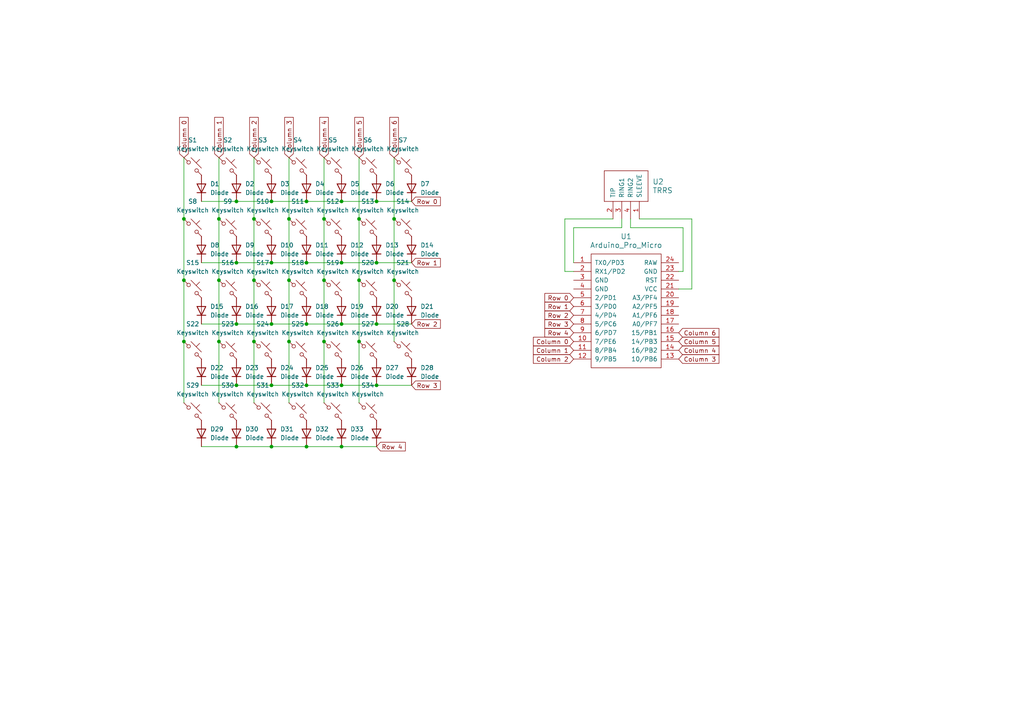
<source format=kicad_sch>
(kicad_sch (version 20250114) (generator "eeschema") (generator_version "9.0")
  (paper "A4")
  (lib_symbols
    (symbol "ScottoKeebs:MCU_Arduino_Pro_Micro" (pin_names (offset 1.016))
      (property "Reference" "U" (at 0 0 0))
      (property "Value" "Arduino_Pro_Micro" (at 0 -19.05 0))
      (symbol "MCU_Arduino_Pro_Micro_0_1"
        (rectangle (start -10.16 16.51) (end 10.16 -16.51))
      )
      (symbol "MCU_Arduino_Pro_Micro_1_1"
        (pin input line (at -15.24 13.97 0) (length 5.08) (name "TX0/PD3") (number "1"))
        (pin input line (at -15.24 11.43 0) (length 5.08) (name "RX1/PD2") (number "2"))
        (pin input line (at -15.24 8.89 0) (length 5.08) (name "GND") (number "3"))
        (pin input line (at -15.24 6.35 0) (length 5.08) (name "GND") (number "4"))
        (pin input line (at -15.24 3.81 0) (length 5.08) (name "2/PD1") (number "5"))
        (pin input line (at -15.24 1.27 0) (length 5.08) (name "3/PD0") (number "6"))
        (pin input line (at -15.24 -1.27 0) (length 5.08) (name "4/PD4") (number "7"))
        (pin input line (at -15.24 -3.81 0) (length 5.08) (name "5/PC6") (number "8"))
        (pin input line (at -15.24 -6.35 0) (length 5.08) (name "6/PD7") (number "9"))
        (pin input line (at -15.24 -8.89 0) (length 5.08) (name "7/PE6") (number "10"))
        (pin input line (at -15.24 -11.43 0) (length 5.08) (name "8/PB4") (number "11"))
        (pin input line (at -15.24 -13.97 0) (length 5.08) (name "9/PB5") (number "12"))
        (pin input line (at 15.24 13.97 180) (length 5.08) (name "RAW") (number "24"))
        (pin input line (at 15.24 11.43 180) (length 5.08) (name "GND") (number "23"))
        (pin input line (at 15.24 8.89 180) (length 5.08) (name "RST") (number "22"))
        (pin input line (at 15.24 6.35 180) (length 5.08) (name "VCC") (number "21"))
        (pin input line (at 15.24 3.81 180) (length 5.08) (name "A3/PF4") (number "20"))
        (pin input line (at 15.24 1.27 180) (length 5.08) (name "A2/PF5") (number "19"))
        (pin input line (at 15.24 -1.27 180) (length 5.08) (name "A1/PF6") (number "18"))
        (pin input line (at 15.24 -3.81 180) (length 5.08) (name "A0/PF7") (number "17"))
        (pin input line (at 15.24 -6.35 180) (length 5.08) (name "15/PB1") (number "16"))
        (pin input line (at 15.24 -8.89 180) (length 5.08) (name "14/PB3") (number "15"))
        (pin input line (at 15.24 -11.43 180) (length 5.08) (name "16/PB2") (number "14"))
        (pin input line (at 15.24 -13.97 180) (length 5.08) (name "10/PB6") (number "13"))
      )
    )
    (symbol "ScottoKeebs:Placeholder_Diode" (pin_numbers (hide yes)) (pin_names (hide yes))
      (property "Reference" "D" (at 0 2.54 0))
      (property "Value" "Diode" (at 0 -2.54 0))
      (symbol "Placeholder_Diode_0_1"
        (polyline (pts (xy -1.27 1.27) (xy -1.27 -1.27)) (stroke (width 0.254)))
        (polyline (pts (xy 1.27 1.27) (xy 1.27 -1.27) (xy -1.27 0) (xy 1.27 1.27)) (stroke (width 0.254)))
        (polyline (pts (xy 1.27 0) (xy -1.27 0)))
      )
      (symbol "Placeholder_Diode_1_1"
        (pin passive line (at -3.81 0 0) (length 2.54) (name "K") (number "1"))
        (pin passive line (at 3.81 0 180) (length 2.54) (name "A") (number "2"))
      )
    )
    (symbol "ScottoKeebs:Placeholder_Keyswitch" (pin_numbers (hide yes)) (pin_names (offset 1.016) (hide yes))
      (property "Reference" "S" (at 3.048 1.016 0))
      (property "Value" "Keyswitch" (at 0 -3.81 0))
      (symbol "Placeholder_Keyswitch_0_1"
        (polyline (pts (xy -2.54 2.54) (xy -1.524 1.524) (xy -1.524 1.524)))
        (circle (center -1.1684 1.1684) (radius 0.508))
        (polyline (pts (xy -0.508 2.54) (xy 2.54 -0.508)))
        (polyline (pts (xy 1.016 1.016) (xy 2.032 2.032)))
        (circle (center 1.143 -1.1938) (radius 0.508))
        (polyline (pts (xy 1.524 -1.524) (xy 2.54 -2.54) (xy 2.54 -2.54) (xy 2.54 -2.54)))
        (pin passive line (at -2.54 2.54 0) (length 0) (name "1") (number "1"))
        (pin passive line (at 2.54 -2.54 180) (length 0) (name "2") (number "2"))
      )
    )
    (symbol "ScottoKeebs:Placeholder_TRRS" (pin_names (offset 1.016))
      (property "Reference" "U" (at 0 15.24 0))
      (property "Value" "TRRS" (at 0 -2.54 0))
      (symbol "Placeholder_TRRS_0_1"
        (rectangle (start -3.81 12.7) (end 5.08 12.7))
        (rectangle (start -3.81 0) (end -3.81 12.7))
        (rectangle (start -3.81 0) (end 5.08 0))
        (rectangle (start 5.08 12.7) (end 5.08 0))
      )
      (symbol "Placeholder_TRRS_1_1"
        (pin input line (at -8.89 10.16 0) (length 5.08) (name "TIP") (number "2"))
        (pin input line (at -8.89 7.62 0) (length 5.08) (name "RING1") (number "3"))
        (pin input line (at -8.89 5.08 0) (length 5.08) (name "RING2") (number "4"))
        (pin input line (at -8.89 2.54 0) (length 5.08) (name "SLEEVE") (number "1"))
      )
    )
  )
  (junction (at 78.74 93.98))
  (junction (at 53.34 99.06))
  (junction (at 63.5 81.28))
  (junction (at 73.66 63.5))
  (junction (at 78.74 58.42))
  (junction (at 114.3 81.28))
  (junction (at 78.74 76.2))
  (junction (at 93.98 63.5))
  (junction (at 73.66 81.28))
  (junction (at 53.34 81.28))
  (junction (at 99.06 76.2))
  (junction (at 99.06 93.98))
  (junction (at 104.14 81.28))
  (junction (at 109.22 111.76))
  (junction (at 99.06 111.76))
  (junction (at 68.58 93.98))
  (junction (at 114.3 63.5))
  (junction (at 109.22 58.42))
  (junction (at 88.9 76.2))
  (junction (at 88.9 58.42))
  (junction (at 83.82 99.06))
  (junction (at 109.22 93.98))
  (junction (at 104.14 99.06))
  (junction (at 109.22 76.2))
  (junction (at 88.9 129.54))
  (junction (at 78.74 129.54))
  (junction (at 83.82 81.28))
  (junction (at 63.5 99.06))
  (junction (at 68.58 129.54))
  (junction (at 68.58 58.42))
  (junction (at 83.82 63.5))
  (junction (at 104.14 63.5))
  (junction (at 78.74 111.76))
  (junction (at 93.98 81.28))
  (junction (at 68.58 76.2))
  (junction (at 93.98 99.06))
  (junction (at 88.9 93.98))
  (junction (at 73.66 99.06))
  (junction (at 88.9 111.76))
  (junction (at 99.06 129.54))
  (junction (at 63.5 63.5))
  (junction (at 68.58 111.76))
  (junction (at 53.34 63.5))
  (junction (at 99.06 58.42))
  (wire (pts (xy 88.9 58.42) (xy 99.06 58.42)))
  (wire (pts (xy 114.3 45.72) (xy 114.3 63.5)))
  (wire (pts (xy 99.06 58.42) (xy 109.22 58.42)))
  (wire (pts (xy 68.58 76.2) (xy 78.74 76.2)))
  (wire (pts (xy 182.88 66.04) (xy 198.12 66.04)))
  (wire (pts (xy 58.42 129.54) (xy 68.58 129.54)))
  (wire (pts (xy 63.5 99.06) (xy 63.5 116.84)))
  (wire (pts (xy 53.34 45.72) (xy 53.34 63.5)))
  (wire (pts (xy 68.58 129.54) (xy 78.74 129.54)))
  (wire (pts (xy 63.5 63.5) (xy 63.5 81.28)))
  (wire (pts (xy 78.74 93.98) (xy 88.9 93.98)))
  (wire (pts (xy 78.74 111.76) (xy 88.9 111.76)))
  (wire (pts (xy 109.22 93.98) (xy 119.38 93.98)))
  (wire (pts (xy 53.34 81.28) (xy 53.34 99.06)))
  (wire (pts (xy 163.83 63.5) (xy 163.83 78.74)))
  (wire (pts (xy 73.66 81.28) (xy 73.66 99.06)))
  (wire (pts (xy 83.82 99.06) (xy 83.82 116.84)))
  (wire (pts (xy 104.14 45.72) (xy 104.14 63.5)))
  (wire (pts (xy 93.98 81.28) (xy 93.98 99.06)))
  (wire (pts (xy 58.42 58.42) (xy 68.58 58.42)))
  (wire (pts (xy 99.06 111.76) (xy 109.22 111.76)))
  (wire (pts (xy 58.42 76.2) (xy 68.58 76.2)))
  (wire (pts (xy 99.06 93.98) (xy 109.22 93.98)))
  (wire (pts (xy 68.58 111.76) (xy 78.74 111.76)))
  (wire (pts (xy 93.98 99.06) (xy 93.98 116.84)))
  (wire (pts (xy 104.14 81.28) (xy 104.14 99.06)))
  (wire (pts (xy 109.22 111.76) (xy 119.38 111.76)))
  (wire (pts (xy 88.9 76.2) (xy 99.06 76.2)))
  (wire (pts (xy 83.82 81.28) (xy 83.82 99.06)))
  (wire (pts (xy 93.98 45.72) (xy 93.98 63.5)))
  (wire (pts (xy 99.06 76.2) (xy 109.22 76.2)))
  (wire (pts (xy 180.34 63.5) (xy 180.34 66.04)))
  (wire (pts (xy 83.82 45.72) (xy 83.82 63.5)))
  (wire (pts (xy 53.34 63.5) (xy 53.34 81.28)))
  (wire (pts (xy 163.83 78.74) (xy 166.37 78.74)))
  (wire (pts (xy 104.14 99.06) (xy 104.14 116.84)))
  (wire (pts (xy 88.9 93.98) (xy 99.06 93.98)))
  (wire (pts (xy 200.66 83.82) (xy 196.85 83.82)))
  (wire (pts (xy 63.5 45.72) (xy 63.5 63.5)))
  (wire (pts (xy 166.37 66.04) (xy 166.37 76.2)))
  (wire (pts (xy 200.66 63.5) (xy 200.66 83.82)))
  (wire (pts (xy 53.34 99.06) (xy 53.34 116.84)))
  (wire (pts (xy 68.58 93.98) (xy 78.74 93.98)))
  (wire (pts (xy 73.66 63.5) (xy 73.66 81.28)))
  (wire (pts (xy 185.42 63.5) (xy 200.66 63.5)))
  (wire (pts (xy 198.12 78.74) (xy 196.85 78.74)))
  (wire (pts (xy 83.82 63.5) (xy 83.82 81.28)))
  (wire (pts (xy 73.66 45.72) (xy 73.66 63.5)))
  (wire (pts (xy 182.88 63.5) (xy 182.88 66.04)))
  (wire (pts (xy 78.74 129.54) (xy 88.9 129.54)))
  (wire (pts (xy 114.3 63.5) (xy 114.3 81.28)))
  (wire (pts (xy 198.12 66.04) (xy 198.12 78.74)))
  (wire (pts (xy 68.58 58.42) (xy 78.74 58.42)))
  (wire (pts (xy 114.3 81.28) (xy 114.3 99.06)))
  (wire (pts (xy 58.42 93.98) (xy 68.58 93.98)))
  (wire (pts (xy 93.98 63.5) (xy 93.98 81.28)))
  (wire (pts (xy 88.9 129.54) (xy 99.06 129.54)))
  (wire (pts (xy 73.66 99.06) (xy 73.66 116.84)))
  (wire (pts (xy 180.34 66.04) (xy 166.37 66.04)))
  (wire (pts (xy 63.5 81.28) (xy 63.5 99.06)))
  (wire (pts (xy 58.42 111.76) (xy 68.58 111.76)))
  (wire (pts (xy 177.8 63.5) (xy 163.83 63.5)))
  (wire (pts (xy 88.9 111.76) (xy 99.06 111.76)))
  (wire (pts (xy 104.14 63.5) (xy 104.14 81.28)))
  (wire (pts (xy 109.22 76.2) (xy 119.38 76.2)))
  (wire (pts (xy 78.74 58.42) (xy 88.9 58.42)))
  (wire (pts (xy 78.74 76.2) (xy 88.9 76.2)))
  (wire (pts (xy 99.06 129.54) (xy 109.22 129.54)))
  (wire (pts (xy 109.22 58.42) (xy 119.38 58.42)))
  (global_label "Row 1" (shape input) (at 166.37 88.9 180) (property "Intersheetrefs" "${INTERSHEET_REFS}" (effects (hide yes))))
  (global_label "Column 1" (shape input) (at 166.37 101.6 180) (property "Intersheetrefs" "${INTERSHEET_REFS}" (effects (hide yes))))
  (global_label "Column 2" (shape input) (at 73.66 45.72 90) (property "Intersheetrefs" "${INTERSHEET_REFS}" (effects (hide yes))))
  (global_label "Row 4" (shape input) (at 166.37 96.52 180) (property "Intersheetrefs" "${INTERSHEET_REFS}" (effects (hide yes))))
  (global_label "Row 0" (shape input) (at 119.38 58.42 0) (property "Intersheetrefs" "${INTERSHEET_REFS}" (effects (hide yes))))
  (global_label "Row 3" (shape input) (at 119.38 111.76 0) (property "Intersheetrefs" "${INTERSHEET_REFS}" (effects (hide yes))))
  (global_label "Column 6" (shape input) (at 196.85 96.52 0) (property "Intersheetrefs" "${INTERSHEET_REFS}" (effects (hide yes))))
  (global_label "Row 1" (shape input) (at 119.38 76.2 0) (property "Intersheetrefs" "${INTERSHEET_REFS}" (effects (hide yes))))
  (global_label "Column 5" (shape input) (at 104.14 45.72 90) (property "Intersheetrefs" "${INTERSHEET_REFS}" (effects (hide yes))))
  (global_label "Row 4" (shape input) (at 109.22 129.54 0) (property "Intersheetrefs" "${INTERSHEET_REFS}" (effects (hide yes))))
  (global_label "Column 0" (shape input) (at 53.34 45.72 90) (property "Intersheetrefs" "${INTERSHEET_REFS}" (effects (hide yes))))
  (global_label "Row 3" (shape input) (at 166.37 93.98 180) (property "Intersheetrefs" "${INTERSHEET_REFS}" (effects (hide yes))))
  (global_label "Column 1" (shape input) (at 63.5 45.72 90) (property "Intersheetrefs" "${INTERSHEET_REFS}" (effects (hide yes))))
  (global_label "Row 2" (shape input) (at 119.38 93.98 0) (property "Intersheetrefs" "${INTERSHEET_REFS}" (effects (hide yes))))
  (global_label "Column 3" (shape input) (at 196.85 104.14 0) (property "Intersheetrefs" "${INTERSHEET_REFS}" (effects (hide yes))))
  (global_label "Column 4" (shape input) (at 93.98 45.72 90) (property "Intersheetrefs" "${INTERSHEET_REFS}" (effects (hide yes))))
  (global_label "Column 6" (shape input) (at 114.3 45.72 90) (property "Intersheetrefs" "${INTERSHEET_REFS}" (effects (hide yes))))
  (global_label "Column 5" (shape input) (at 196.85 99.06 0) (property "Intersheetrefs" "${INTERSHEET_REFS}" (effects (hide yes))))
  (global_label "Column 0" (shape input) (at 166.37 99.06 180) (property "Intersheetrefs" "${INTERSHEET_REFS}" (effects (hide yes))))
  (global_label "Column 2" (shape input) (at 166.37 104.14 180) (property "Intersheetrefs" "${INTERSHEET_REFS}" (effects (hide yes))))
  (global_label "Column 4" (shape input) (at 196.85 101.6 0) (property "Intersheetrefs" "${INTERSHEET_REFS}" (effects (hide yes))))
  (global_label "Column 3" (shape input) (at 83.82 45.72 90) (property "Intersheetrefs" "${INTERSHEET_REFS}" (effects (hide yes))))
  (global_label "Row 0" (shape input) (at 166.37 86.36 180) (property "Intersheetrefs" "${INTERSHEET_REFS}" (effects (hide yes))))
  (global_label "Row 2" (shape input) (at 166.37 91.44 180) (property "Intersheetrefs" "${INTERSHEET_REFS}" (effects (hide yes))))
  (symbol (lib_id "ScottoKeebs:Placeholder_Keyswitch") (at 96.52 83.82 0) (unit 1)
    (property "Reference" "S19" (at 96.52 76.2 0))
    (property "Value" "Keyswitch" (at 96.52 78.74 0))
    (property "Footprint" "ScottoKeebs_Choc:Choc_V2_1.00u" (effects (hide yes)))
    (property "Description" "Push button switch, normally open, two pins, 45° tilted" (effects (hide yes)))
  )
  (symbol (lib_id "ScottoKeebs:Placeholder_Keyswitch") (at 76.2 101.6 0) (unit 1)
    (property "Reference" "S24" (at 76.2 93.98 0))
    (property "Value" "Keyswitch" (at 76.2 96.52 0))
    (property "Footprint" "ScottoKeebs_Choc:Choc_V2_1.00u" (effects (hide yes)))
    (property "Description" "Push button switch, normally open, two pins, 45° tilted" (effects (hide yes)))
  )
  (symbol (lib_id "ScottoKeebs:Placeholder_Diode") (at 68.58 107.95 90) (unit 1)
    (property "Reference" "D23" (at 71.12 106.6799 90) (effects (justify right)))
    (property "Value" "Diode" (at 71.12 109.2199 90) (effects (justify right)))
    (property "Footprint" "ScottoKeebs_Components:Diode_DO-35" (effects (hide yes)))
    (property "Description" "1N4148 (DO-35) or 1N4148W (SOD-123)" (effects (hide yes)))
    (property "Sim.Device" "D" (effects (hide yes)))
    (property "Sim.Pins" "1=K 2=A" (effects (hide yes)))
  )
  (symbol (lib_id "ScottoKeebs:Placeholder_Keyswitch") (at 96.52 48.26 0) (unit 1)
    (property "Reference" "S5" (at 96.52 40.64 0))
    (property "Value" "Keyswitch" (at 96.52 43.18 0))
    (property "Footprint" "ScottoKeebs_Choc:Choc_V2_1.00u" (effects (hide yes)))
    (property "Description" "Push button switch, normally open, two pins, 45° tilted" (effects (hide yes)))
  )
  (symbol (lib_id "ScottoKeebs:Placeholder_Keyswitch") (at 96.52 66.04 0) (unit 1)
    (property "Reference" "S12" (at 96.52 58.42 0))
    (property "Value" "Keyswitch" (at 96.52 60.96 0))
    (property "Footprint" "ScottoKeebs_Choc:Choc_V2_1.00u" (effects (hide yes)))
    (property "Description" "Push button switch, normally open, two pins, 45° tilted" (effects (hide yes)))
  )
  (symbol (lib_id "ScottoKeebs:Placeholder_Diode") (at 99.06 125.73 90) (unit 1)
    (property "Reference" "D33" (at 101.6 124.4599 90) (effects (justify right)))
    (property "Value" "Diode" (at 101.6 126.9999 90) (effects (justify right)))
    (property "Footprint" "ScottoKeebs_Components:Diode_DO-35" (effects (hide yes)))
    (property "Description" "1N4148 (DO-35) or 1N4148W (SOD-123)" (effects (hide yes)))
    (property "Sim.Device" "D" (effects (hide yes)))
    (property "Sim.Pins" "1=K 2=A" (effects (hide yes)))
  )
  (symbol (lib_id "ScottoKeebs:Placeholder_Keyswitch") (at 86.36 83.82 0) (unit 1)
    (property "Reference" "S18" (at 86.36 76.2 0))
    (property "Value" "Keyswitch" (at 86.36 78.74 0))
    (property "Footprint" "ScottoKeebs_Choc:Choc_V2_1.00u" (effects (hide yes)))
    (property "Description" "Push button switch, normally open, two pins, 45° tilted" (effects (hide yes)))
  )
  (symbol (lib_id "ScottoKeebs:Placeholder_Diode") (at 109.22 125.73 90) (unit 1)
    (property "Reference" "D34" (effects (hide yes)))
    (property "Value" "Diode" (effects (hide yes)))
    (property "Footprint" "ScottoKeebs_Components:Diode_DO-35" (effects (hide yes)))
    (property "Description" "1N4148 (DO-35) or 1N4148W (SOD-123)" (effects (hide yes)))
    (property "Sim.Device" "D" (effects (hide yes)))
    (property "Sim.Pins" "1=K 2=A" (effects (hide yes)))
  )
  (symbol (lib_id "ScottoKeebs:Placeholder_Keyswitch") (at 96.52 101.6 0) (unit 1)
    (property "Reference" "S26" (at 96.52 93.98 0))
    (property "Value" "Keyswitch" (at 96.52 96.52 0))
    (property "Footprint" "ScottoKeebs_Choc:Choc_V2_1.00u" (effects (hide yes)))
    (property "Description" "Push button switch, normally open, two pins, 45° tilted" (effects (hide yes)))
  )
  (symbol (lib_id "ScottoKeebs:Placeholder_Keyswitch") (at 106.68 101.6 0) (unit 1)
    (property "Reference" "S27" (at 106.68 93.98 0))
    (property "Value" "Keyswitch" (at 106.68 96.52 0))
    (property "Footprint" "ScottoKeebs_Choc:Choc_V2_2.75u" (effects (hide yes)))
    (property "Description" "Push button switch, normally open, two pins, 45° tilted" (effects (hide yes)))
  )
  (symbol (lib_id "ScottoKeebs:Placeholder_Diode") (at 78.74 54.61 90) (unit 1)
    (property "Reference" "D3" (at 81.28 53.3399 90) (effects (justify right)))
    (property "Value" "Diode" (at 81.28 55.8799 90) (effects (justify right)))
    (property "Footprint" "ScottoKeebs_Components:Diode_DO-35" (effects (hide yes)))
    (property "Description" "1N4148 (DO-35) or 1N4148W (SOD-123)" (effects (hide yes)))
    (property "Sim.Device" "D" (effects (hide yes)))
    (property "Sim.Pins" "1=K 2=A" (effects (hide yes)))
  )
  (symbol (lib_id "ScottoKeebs:Placeholder_Keyswitch") (at 86.36 119.38 0) (unit 1)
    (property "Reference" "S32" (at 86.36 111.76 0))
    (property "Value" "Keyswitch" (at 86.36 114.3 0))
    (property "Footprint" "ScottoKeebs_Choc:Choc_V2_1.25u" (effects (hide yes)))
    (property "Description" "Push button switch, normally open, two pins, 45° tilted" (effects (hide yes)))
  )
  (symbol (lib_id "ScottoKeebs:Placeholder_Keyswitch") (at 116.84 83.82 0) (unit 1)
    (property "Reference" "S21" (at 116.84 76.2 0))
    (property "Value" "Keyswitch" (at 116.84 78.74 0))
    (property "Footprint" "ScottoKeebs_Choc:Choc_V2_2.00u" (effects (hide yes)))
    (property "Description" "Push button switch, normally open, two pins, 45° tilted" (effects (hide yes)))
  )
  (symbol (lib_id "ScottoKeebs:Placeholder_Diode") (at 99.06 54.61 90) (unit 1)
    (property "Reference" "D5" (at 101.6 53.3399 90) (effects (justify right)))
    (property "Value" "Diode" (at 101.6 55.8799 90) (effects (justify right)))
    (property "Footprint" "ScottoKeebs_Components:Diode_DO-35" (effects (hide yes)))
    (property "Description" "1N4148 (DO-35) or 1N4148W (SOD-123)" (effects (hide yes)))
    (property "Sim.Device" "D" (effects (hide yes)))
    (property "Sim.Pins" "1=K 2=A" (effects (hide yes)))
  )
  (symbol (lib_id "ScottoKeebs:Placeholder_Diode") (at 119.38 90.17 90) (unit 1)
    (property "Reference" "D21" (at 121.92 88.8999 90) (effects (justify right)))
    (property "Value" "Diode" (at 121.92 91.4399 90) (effects (justify right)))
    (property "Footprint" "ScottoKeebs_Components:Diode_DO-35" (effects (hide yes)))
    (property "Description" "1N4148 (DO-35) or 1N4148W (SOD-123)" (effects (hide yes)))
    (property "Sim.Device" "D" (effects (hide yes)))
    (property "Sim.Pins" "1=K 2=A" (effects (hide yes)))
  )
  (symbol (lib_id "ScottoKeebs:Placeholder_Diode") (at 68.58 125.73 90) (unit 1)
    (property "Reference" "D30" (at 71.12 124.4599 90) (effects (justify right)))
    (property "Value" "Diode" (at 71.12 126.9999 90) (effects (justify right)))
    (property "Footprint" "ScottoKeebs_Components:Diode_DO-35" (effects (hide yes)))
    (property "Description" "1N4148 (DO-35) or 1N4148W (SOD-123)" (effects (hide yes)))
    (property "Sim.Device" "D" (effects (hide yes)))
    (property "Sim.Pins" "1=K 2=A" (effects (hide yes)))
  )
  (symbol (lib_id "ScottoKeebs:Placeholder_Keyswitch") (at 66.04 66.04 0) (unit 1)
    (property "Reference" "S9" (at 66.04 58.42 0))
    (property "Value" "Keyswitch" (at 66.04 60.96 0))
    (property "Footprint" "ScottoKeebs_Choc:Choc_V2_1.00u" (effects (hide yes)))
    (property "Description" "Push button switch, normally open, two pins, 45° tilted" (effects (hide yes)))
  )
  (symbol (lib_id "ScottoKeebs:Placeholder_Diode") (at 88.9 125.73 90) (unit 1)
    (property "Reference" "D32" (at 91.44 124.4599 90) (effects (justify right)))
    (property "Value" "Diode" (at 91.44 126.9999 90) (effects (justify right)))
    (property "Footprint" "ScottoKeebs_Components:Diode_DO-35" (effects (hide yes)))
    (property "Description" "1N4148 (DO-35) or 1N4148W (SOD-123)" (effects (hide yes)))
    (property "Sim.Device" "D" (effects (hide yes)))
    (property "Sim.Pins" "1=K 2=A" (effects (hide yes)))
  )
  (symbol (lib_id "ScottoKeebs:Placeholder_Keyswitch") (at 55.88 83.82 0) (unit 1)
    (property "Reference" "S15" (at 55.88 76.2 0))
    (property "Value" "Keyswitch" (at 55.88 78.74 0))
    (property "Footprint" "ScottoKeebs_Choc:Choc_V2_1.00u" (effects (hide yes)))
    (property "Description" "Push button switch, normally open, two pins, 45° tilted" (effects (hide yes)))
  )
  (symbol (lib_id "ScottoKeebs:Placeholder_Keyswitch") (at 55.88 66.04 0) (unit 1)
    (property "Reference" "S8" (at 55.88 58.42 0))
    (property "Value" "Keyswitch" (at 55.88 60.96 0))
    (property "Footprint" "ScottoKeebs_Choc:Choc_V2_1.00u" (effects (hide yes)))
    (property "Description" "Push button switch, normally open, two pins, 45° tilted" (effects (hide yes)))
  )
  (symbol (lib_id "ScottoKeebs:Placeholder_Diode") (at 119.38 107.95 90) (unit 1)
    (property "Reference" "D28" (at 121.92 106.6799 90) (effects (justify right)))
    (property "Value" "Diode" (at 121.92 109.2199 90) (effects (justify right)))
    (property "Footprint" "ScottoKeebs_Components:Diode_DO-35" (effects (hide yes)))
    (property "Description" "1N4148 (DO-35) or 1N4148W (SOD-123)" (effects (hide yes)))
    (property "Sim.Device" "D" (effects (hide yes)))
    (property "Sim.Pins" "1=K 2=A" (effects (hide yes)))
  )
  (symbol (lib_id "ScottoKeebs:Placeholder_Keyswitch") (at 106.68 66.04 0) (unit 1)
    (property "Reference" "S13" (at 106.68 58.42 0))
    (property "Value" "Keyswitch" (at 106.68 60.96 0))
    (property "Footprint" "ScottoKeebs_Choc:Choc_V2_1.00u" (effects (hide yes)))
    (property "Description" "Push button switch, normally open, two pins, 45° tilted" (effects (hide yes)))
  )
  (symbol (lib_id "ScottoKeebs:Placeholder_Keyswitch") (at 106.68 83.82 0) (unit 1)
    (property "Reference" "S20" (at 106.68 76.2 0))
    (property "Value" "Keyswitch" (at 106.68 78.74 0))
    (property "Footprint" "ScottoKeebs_Choc:Choc_V2_1.00u" (effects (hide yes)))
    (property "Description" "Push button switch, normally open, two pins, 45° tilted" (effects (hide yes)))
  )
  (symbol (lib_id "ScottoKeebs:Placeholder_Keyswitch") (at 96.52 119.38 0) (unit 1)
    (property "Reference" "S33" (at 96.52 111.76 0))
    (property "Value" "Keyswitch" (at 96.52 114.3 0))
    (property "Footprint" "ScottoKeebs_Choc:Choc_V2_1.25u" (effects (hide yes)))
    (property "Description" "Push button switch, normally open, two pins, 45° tilted" (effects (hide yes)))
  )
  (symbol (lib_id "ScottoKeebs:Placeholder_Keyswitch") (at 106.68 119.38 0) (unit 1)
    (property "Reference" "S34" (at 106.68 111.76 0))
    (property "Value" "Keyswitch" (at 106.68 114.3 0))
    (property "Footprint" "ScottoKeebs_Choc:Choc_V2_2.25u" (effects (hide yes)))
    (property "Description" "Push button switch, normally open, two pins, 45° tilted" (effects (hide yes)))
  )
  (symbol (lib_id "ScottoKeebs:Placeholder_Keyswitch") (at 86.36 66.04 0) (unit 1)
    (property "Reference" "S11" (at 86.36 58.42 0))
    (property "Value" "Keyswitch" (at 86.36 60.96 0))
    (property "Footprint" "ScottoKeebs_Choc:Choc_V2_1.00u" (effects (hide yes)))
    (property "Description" "Push button switch, normally open, two pins, 45° tilted" (effects (hide yes)))
  )
  (symbol (lib_id "ScottoKeebs:Placeholder_Diode") (at 109.22 54.61 90) (unit 1)
    (property "Reference" "D6" (at 111.76 53.3399 90) (effects (justify right)))
    (property "Value" "Diode" (at 111.76 55.8799 90) (effects (justify right)))
    (property "Footprint" "ScottoKeebs_Components:Diode_DO-35" (effects (hide yes)))
    (property "Description" "1N4148 (DO-35) or 1N4148W (SOD-123)" (effects (hide yes)))
    (property "Sim.Device" "D" (effects (hide yes)))
    (property "Sim.Pins" "1=K 2=A" (effects (hide yes)))
  )
  (symbol (lib_id "ScottoKeebs:Placeholder_Diode") (at 78.74 107.95 90) (unit 1)
    (property "Reference" "D24" (at 81.28 106.6799 90) (effects (justify right)))
    (property "Value" "Diode" (at 81.28 109.2199 90) (effects (justify right)))
    (property "Footprint" "ScottoKeebs_Components:Diode_DO-35" (effects (hide yes)))
    (property "Description" "1N4148 (DO-35) or 1N4148W (SOD-123)" (effects (hide yes)))
    (property "Sim.Device" "D" (effects (hide yes)))
    (property "Sim.Pins" "1=K 2=A" (effects (hide yes)))
  )
  (symbol (lib_id "ScottoKeebs:Placeholder_Keyswitch") (at 66.04 83.82 0) (unit 1)
    (property "Reference" "S16" (at 66.04 76.2 0))
    (property "Value" "Keyswitch" (at 66.04 78.74 0))
    (property "Footprint" "ScottoKeebs_Choc:Choc_V2_1.00u" (effects (hide yes)))
    (property "Description" "Push button switch, normally open, two pins, 45° tilted" (effects (hide yes)))
  )
  (symbol (lib_id "ScottoKeebs:Placeholder_Keyswitch") (at 86.36 48.26 0) (unit 1)
    (property "Reference" "S4" (at 86.36 40.64 0))
    (property "Value" "Keyswitch" (at 86.36 43.18 0))
    (property "Footprint" "ScottoKeebs_Choc:Choc_V2_1.00u" (effects (hide yes)))
    (property "Description" "Push button switch, normally open, two pins, 45° tilted" (effects (hide yes)))
  )
  (symbol (lib_id "ScottoKeebs:Placeholder_Keyswitch") (at 55.88 48.26 0) (unit 1)
    (property "Reference" "S1" (at 55.88 40.64 0))
    (property "Value" "Keyswitch" (at 55.88 43.18 0))
    (property "Footprint" "ScottoKeebs_Choc:Choc_V2_1.00u" (effects (hide yes)))
    (property "Description" "Push button switch, normally open, two pins, 45° tilted" (effects (hide yes)))
  )
  (symbol (lib_id "ScottoKeebs:Placeholder_Diode") (at 58.42 107.95 90) (unit 1)
    (property "Reference" "D22" (at 60.96 106.6799 90) (effects (justify right)))
    (property "Value" "Diode" (at 60.96 109.2199 90) (effects (justify right)))
    (property "Footprint" "ScottoKeebs_Components:Diode_DO-35" (effects (hide yes)))
    (property "Description" "1N4148 (DO-35) or 1N4148W (SOD-123)" (effects (hide yes)))
    (property "Sim.Device" "D" (effects (hide yes)))
    (property "Sim.Pins" "1=K 2=A" (effects (hide yes)))
  )
  (symbol (lib_id "ScottoKeebs:Placeholder_Diode") (at 58.42 125.73 90) (unit 1)
    (property "Reference" "D29" (at 60.96 124.4599 90) (effects (justify right)))
    (property "Value" "Diode" (at 60.96 126.9999 90) (effects (justify right)))
    (property "Footprint" "ScottoKeebs_Components:Diode_DO-35" (effects (hide yes)))
    (property "Description" "1N4148 (DO-35) or 1N4148W (SOD-123)" (effects (hide yes)))
    (property "Sim.Device" "D" (effects (hide yes)))
    (property "Sim.Pins" "1=K 2=A" (effects (hide yes)))
  )
  (symbol (lib_id "ScottoKeebs:MCU_Arduino_Pro_Micro") (at 181.61 90.17 0) (unit 1)
    (property "Reference" "U1" (at 181.61 68.58 0) (effects (font (size 1.524 1.524))))
    (property "Value" "Arduino_Pro_Micro" (at 181.61 71.12 0) (effects (font (size 1.524 1.524))))
    (property "Footprint" "ScottoKeebs_MCU:Arduino_Pro_Micro" (effects (hide yes)))
  )
  (symbol (lib_id "ScottoKeebs:Placeholder_Diode") (at 58.42 90.17 90) (unit 1)
    (property "Reference" "D15" (at 60.96 88.8999 90) (effects (justify right)))
    (property "Value" "Diode" (at 60.96 91.4399 90) (effects (justify right)))
    (property "Footprint" "ScottoKeebs_Components:Diode_DO-35" (effects (hide yes)))
    (property "Description" "1N4148 (DO-35) or 1N4148W (SOD-123)" (effects (hide yes)))
    (property "Sim.Device" "D" (effects (hide yes)))
    (property "Sim.Pins" "1=K 2=A" (effects (hide yes)))
  )
  (symbol (lib_id "ScottoKeebs:Placeholder_Keyswitch") (at 66.04 119.38 0) (unit 1)
    (property "Reference" "S30" (at 66.04 111.76 0))
    (property "Value" "Keyswitch" (at 66.04 114.3 0))
    (property "Footprint" "ScottoKeebs_Choc:Choc_V2_1.25u" (effects (hide yes)))
    (property "Description" "Push button switch, normally open, two pins, 45° tilted" (effects (hide yes)))
  )
  (symbol (lib_id "ScottoKeebs:Placeholder_Keyswitch") (at 116.84 48.26 0) (unit 1)
    (property "Reference" "S7" (at 116.84 40.64 0))
    (property "Value" "Keyswitch" (at 116.84 43.18 0))
    (property "Footprint" "ScottoKeebs_Choc:Choc_V2_1.00u" (effects (hide yes)))
    (property "Description" "Push button switch, normally open, two pins, 45° tilted" (effects (hide yes)))
  )
  (symbol (lib_id "ScottoKeebs:Placeholder_Keyswitch") (at 76.2 83.82 0) (unit 1)
    (property "Reference" "S17" (at 76.2 76.2 0))
    (property "Value" "Keyswitch" (at 76.2 78.74 0))
    (property "Footprint" "ScottoKeebs_Choc:Choc_V2_1.00u" (effects (hide yes)))
    (property "Description" "Push button switch, normally open, two pins, 45° tilted" (effects (hide yes)))
  )
  (symbol (lib_id "ScottoKeebs:Placeholder_Diode") (at 68.58 90.17 90) (unit 1)
    (property "Reference" "D16" (at 71.12 88.8999 90) (effects (justify right)))
    (property "Value" "Diode" (at 71.12 91.4399 90) (effects (justify right)))
    (property "Footprint" "ScottoKeebs_Components:Diode_DO-35" (effects (hide yes)))
    (property "Description" "1N4148 (DO-35) or 1N4148W (SOD-123)" (effects (hide yes)))
    (property "Sim.Device" "D" (effects (hide yes)))
    (property "Sim.Pins" "1=K 2=A" (effects (hide yes)))
  )
  (symbol (lib_id "ScottoKeebs:Placeholder_Keyswitch") (at 86.36 101.6 0) (unit 1)
    (property "Reference" "S25" (at 86.36 93.98 0))
    (property "Value" "Keyswitch" (at 86.36 96.52 0))
    (property "Footprint" "ScottoKeebs_Choc:Choc_V2_1.00u" (effects (hide yes)))
    (property "Description" "Push button switch, normally open, two pins, 45° tilted" (effects (hide yes)))
  )
  (symbol (lib_id "ScottoKeebs:Placeholder_Diode") (at 88.9 107.95 90) (unit 1)
    (property "Reference" "D25" (at 91.44 106.6799 90) (effects (justify right)))
    (property "Value" "Diode" (at 91.44 109.2199 90) (effects (justify right)))
    (property "Footprint" "ScottoKeebs_Components:Diode_DO-35" (effects (hide yes)))
    (property "Description" "1N4148 (DO-35) or 1N4148W (SOD-123)" (effects (hide yes)))
    (property "Sim.Device" "D" (effects (hide yes)))
    (property "Sim.Pins" "1=K 2=A" (effects (hide yes)))
  )
  (symbol (lib_id "ScottoKeebs:Placeholder_Diode") (at 119.38 54.61 90) (unit 1)
    (property "Reference" "D7" (at 121.92 53.3399 90) (effects (justify right)))
    (property "Value" "Diode" (at 121.92 55.8799 90) (effects (justify right)))
    (property "Footprint" "ScottoKeebs_Components:Diode_DO-35" (effects (hide yes)))
    (property "Description" "1N4148 (DO-35) or 1N4148W (SOD-123)" (effects (hide yes)))
    (property "Sim.Device" "D" (effects (hide yes)))
    (property "Sim.Pins" "1=K 2=A" (effects (hide yes)))
  )
  (symbol (lib_id "ScottoKeebs:Placeholder_TRRS") (at 187.96 54.61 90) (unit 1)
    (property "Reference" "U2" (at 189.23 52.7049 90) (effects (font (size 1.524 1.524)) (justify right)))
    (property "Value" "TRRS" (at 189.23 55.2449 90) (effects (font (size 1.524 1.524)) (justify right)))
    (property "Footprint" "ScottoKeebs_Components:TRRS_PJ-320A" (effects (hide yes)))
  )
  (symbol (lib_id "ScottoKeebs:Placeholder_Keyswitch") (at 66.04 48.26 0) (unit 1)
    (property "Reference" "S2" (at 66.04 40.64 0))
    (property "Value" "Keyswitch" (at 66.04 43.18 0))
    (property "Footprint" "ScottoKeebs_Choc:Choc_V2_1.00u" (effects (hide yes)))
    (property "Description" "Push button switch, normally open, two pins, 45° tilted" (effects (hide yes)))
  )
  (symbol (lib_id "ScottoKeebs:Placeholder_Diode") (at 78.74 90.17 90) (unit 1)
    (property "Reference" "D17" (at 81.28 88.8999 90) (effects (justify right)))
    (property "Value" "Diode" (at 81.28 91.4399 90) (effects (justify right)))
    (property "Footprint" "ScottoKeebs_Components:Diode_DO-35" (effects (hide yes)))
    (property "Description" "1N4148 (DO-35) or 1N4148W (SOD-123)" (effects (hide yes)))
    (property "Sim.Device" "D" (effects (hide yes)))
    (property "Sim.Pins" "1=K 2=A" (effects (hide yes)))
  )
  (symbol (lib_id "ScottoKeebs:Placeholder_Diode") (at 78.74 125.73 90) (unit 1)
    (property "Reference" "D31" (at 81.28 124.4599 90) (effects (justify right)))
    (property "Value" "Diode" (at 81.28 126.9999 90) (effects (justify right)))
    (property "Footprint" "ScottoKeebs_Components:Diode_DO-35" (effects (hide yes)))
    (property "Description" "1N4148 (DO-35) or 1N4148W (SOD-123)" (effects (hide yes)))
    (property "Sim.Device" "D" (effects (hide yes)))
    (property "Sim.Pins" "1=K 2=A" (effects (hide yes)))
  )
  (symbol (lib_id "ScottoKeebs:Placeholder_Keyswitch") (at 76.2 119.38 0) (unit 1)
    (property "Reference" "S31" (at 76.2 111.76 0))
    (property "Value" "Keyswitch" (at 76.2 114.3 0))
    (property "Footprint" "ScottoKeebs_Choc:Choc_V2_1.25u" (effects (hide yes)))
    (property "Description" "Push button switch, normally open, two pins, 45° tilted" (effects (hide yes)))
  )
  (symbol (lib_id "ScottoKeebs:Placeholder_Diode") (at 68.58 54.61 90) (unit 1)
    (property "Reference" "D2" (at 71.12 53.3399 90) (effects (justify right)))
    (property "Value" "Diode" (at 71.12 55.8799 90) (effects (justify right)))
    (property "Footprint" "ScottoKeebs_Components:Diode_DO-35" (effects (hide yes)))
    (property "Description" "1N4148 (DO-35) or 1N4148W (SOD-123)" (effects (hide yes)))
    (property "Sim.Device" "D" (effects (hide yes)))
    (property "Sim.Pins" "1=K 2=A" (effects (hide yes)))
  )
  (symbol (lib_id "ScottoKeebs:Placeholder_Diode") (at 88.9 90.17 90) (unit 1)
    (property "Reference" "D18" (at 91.44 88.8999 90) (effects (justify right)))
    (property "Value" "Diode" (at 91.44 91.4399 90) (effects (justify right)))
    (property "Footprint" "ScottoKeebs_Components:Diode_DO-35" (effects (hide yes)))
    (property "Description" "1N4148 (DO-35) or 1N4148W (SOD-123)" (effects (hide yes)))
    (property "Sim.Device" "D" (effects (hide yes)))
    (property "Sim.Pins" "1=K 2=A" (effects (hide yes)))
  )
  (symbol (lib_id "ScottoKeebs:Placeholder_Keyswitch") (at 76.2 66.04 0) (unit 1)
    (property "Reference" "S10" (at 76.2 58.42 0))
    (property "Value" "Keyswitch" (at 76.2 60.96 0))
    (property "Footprint" "ScottoKeebs_Choc:Choc_V2_1.00u" (effects (hide yes)))
    (property "Description" "Push button switch, normally open, two pins, 45° tilted" (effects (hide yes)))
  )
  (symbol (lib_id "ScottoKeebs:Placeholder_Diode") (at 99.06 90.17 90) (unit 1)
    (property "Reference" "D19" (at 101.6 88.8999 90) (effects (justify right)))
    (property "Value" "Diode" (at 101.6 91.4399 90) (effects (justify right)))
    (property "Footprint" "ScottoKeebs_Components:Diode_DO-35" (effects (hide yes)))
    (property "Description" "1N4148 (DO-35) or 1N4148W (SOD-123)" (effects (hide yes)))
    (property "Sim.Device" "D" (effects (hide yes)))
    (property "Sim.Pins" "1=K 2=A" (effects (hide yes)))
  )
  (symbol (lib_id "ScottoKeebs:Placeholder_Diode") (at 68.58 72.39 90) (unit 1)
    (property "Reference" "D9" (at 71.12 71.1199 90) (effects (justify right)))
    (property "Value" "Diode" (at 71.12 73.6599 90) (effects (justify right)))
    (property "Footprint" "ScottoKeebs_Components:Diode_DO-35" (effects (hide yes)))
    (property "Description" "1N4148 (DO-35) or 1N4148W (SOD-123)" (effects (hide yes)))
    (property "Sim.Device" "D" (effects (hide yes)))
    (property "Sim.Pins" "1=K 2=A" (effects (hide yes)))
  )
  (symbol (lib_id "ScottoKeebs:Placeholder_Diode") (at 109.22 72.39 90) (unit 1)
    (property "Reference" "D13" (at 111.76 71.1199 90) (effects (justify right)))
    (property "Value" "Diode" (at 111.76 73.6599 90) (effects (justify right)))
    (property "Footprint" "ScottoKeebs_Components:Diode_DO-35" (effects (hide yes)))
    (property "Description" "1N4148 (DO-35) or 1N4148W (SOD-123)" (effects (hide yes)))
    (property "Sim.Device" "D" (effects (hide yes)))
    (property "Sim.Pins" "1=K 2=A" (effects (hide yes)))
  )
  (symbol (lib_id "ScottoKeebs:Placeholder_Keyswitch") (at 116.84 66.04 0) (unit 1)
    (property "Reference" "S14" (at 116.84 58.42 0))
    (property "Value" "Keyswitch" (at 116.84 60.96 0))
    (property "Footprint" "ScottoKeebs_Choc:Choc_V2_1.00u" (effects (hide yes)))
    (property "Description" "Push button switch, normally open, two pins, 45° tilted" (effects (hide yes)))
  )
  (symbol (lib_id "ScottoKeebs:Placeholder_Diode") (at 119.38 72.39 90) (unit 1)
    (property "Reference" "D14" (at 121.92 71.1199 90) (effects (justify right)))
    (property "Value" "Diode" (at 121.92 73.6599 90) (effects (justify right)))
    (property "Footprint" "ScottoKeebs_Components:Diode_DO-35" (effects (hide yes)))
    (property "Description" "1N4148 (DO-35) or 1N4148W (SOD-123)" (effects (hide yes)))
    (property "Sim.Device" "D" (effects (hide yes)))
    (property "Sim.Pins" "1=K 2=A" (effects (hide yes)))
  )
  (symbol (lib_id "ScottoKeebs:Placeholder_Keyswitch") (at 106.68 48.26 0) (unit 1)
    (property "Reference" "S6" (at 106.68 40.64 0))
    (property "Value" "Keyswitch" (at 106.68 43.18 0))
    (property "Footprint" "ScottoKeebs_Choc:Choc_V2_1.00u" (effects (hide yes)))
    (property "Description" "Push button switch, normally open, two pins, 45° tilted" (effects (hide yes)))
  )
  (symbol (lib_id "ScottoKeebs:Placeholder_Diode") (at 58.42 72.39 90) (unit 1)
    (property "Reference" "D8" (at 60.96 71.1199 90) (effects (justify right)))
    (property "Value" "Diode" (at 60.96 73.6599 90) (effects (justify right)))
    (property "Footprint" "ScottoKeebs_Components:Diode_DO-35" (effects (hide yes)))
    (property "Description" "1N4148 (DO-35) or 1N4148W (SOD-123)" (effects (hide yes)))
    (property "Sim.Device" "D" (effects (hide yes)))
    (property "Sim.Pins" "1=K 2=A" (effects (hide yes)))
  )
  (symbol (lib_id "ScottoKeebs:Placeholder_Diode") (at 99.06 107.95 90) (unit 1)
    (property "Reference" "D26" (at 101.6 106.6799 90) (effects (justify right)))
    (property "Value" "Diode" (at 101.6 109.2199 90) (effects (justify right)))
    (property "Footprint" "ScottoKeebs_Components:Diode_DO-35" (effects (hide yes)))
    (property "Description" "1N4148 (DO-35) or 1N4148W (SOD-123)" (effects (hide yes)))
    (property "Sim.Device" "D" (effects (hide yes)))
    (property "Sim.Pins" "1=K 2=A" (effects (hide yes)))
  )
  (symbol (lib_id "ScottoKeebs:Placeholder_Diode") (at 58.42 54.61 90) (unit 1)
    (property "Reference" "D1" (at 60.96 53.3399 90) (effects (justify right)))
    (property "Value" "Diode" (at 60.96 55.8799 90) (effects (justify right)))
    (property "Footprint" "ScottoKeebs_Components:Diode_DO-35" (effects (hide yes)))
    (property "Description" "1N4148 (DO-35) or 1N4148W (SOD-123)" (effects (hide yes)))
    (property "Sim.Device" "D" (effects (hide yes)))
    (property "Sim.Pins" "1=K 2=A" (effects (hide yes)))
  )
  (symbol (lib_id "ScottoKeebs:Placeholder_Keyswitch") (at 55.88 119.38 0) (unit 1)
    (property "Reference" "S29" (at 55.88 111.76 0))
    (property "Value" "Keyswitch" (at 55.88 114.3 0))
    (property "Footprint" "ScottoKeebs_Choc:Choc_V2_2.75u" (effects (hide yes)))
    (property "Description" "Push button switch, normally open, two pins, 45° tilted" (effects (hide yes)))
  )
  (symbol (lib_id "ScottoKeebs:Placeholder_Diode") (at 78.74 72.39 90) (unit 1)
    (property "Reference" "D10" (at 81.28 71.1199 90) (effects (justify right)))
    (property "Value" "Diode" (at 81.28 73.6599 90) (effects (justify right)))
    (property "Footprint" "ScottoKeebs_Components:Diode_DO-35" (effects (hide yes)))
    (property "Description" "1N4148 (DO-35) or 1N4148W (SOD-123)" (effects (hide yes)))
    (property "Sim.Device" "D" (effects (hide yes)))
    (property "Sim.Pins" "1=K 2=A" (effects (hide yes)))
  )
  (symbol (lib_id "ScottoKeebs:Placeholder_Diode") (at 109.22 90.17 90) (unit 1)
    (property "Reference" "D20" (at 111.76 88.8999 90) (effects (justify right)))
    (property "Value" "Diode" (at 111.76 91.4399 90) (effects (justify right)))
    (property "Footprint" "ScottoKeebs_Components:Diode_DO-35" (effects (hide yes)))
    (property "Description" "1N4148 (DO-35) or 1N4148W (SOD-123)" (effects (hide yes)))
    (property "Sim.Device" "D" (effects (hide yes)))
    (property "Sim.Pins" "1=K 2=A" (effects (hide yes)))
  )
  (symbol (lib_id "ScottoKeebs:Placeholder_Diode") (at 99.06 72.39 90) (unit 1)
    (property "Reference" "D12" (at 101.6 71.1199 90) (effects (justify right)))
    (property "Value" "Diode" (at 101.6 73.6599 90) (effects (justify right)))
    (property "Footprint" "ScottoKeebs_Components:Diode_DO-35" (effects (hide yes)))
    (property "Description" "1N4148 (DO-35) or 1N4148W (SOD-123)" (effects (hide yes)))
    (property "Sim.Device" "D" (effects (hide yes)))
    (property "Sim.Pins" "1=K 2=A" (effects (hide yes)))
  )
  (symbol (lib_id "ScottoKeebs:Placeholder_Keyswitch") (at 55.88 101.6 0) (unit 1)
    (property "Reference" "S22" (at 55.88 93.98 0))
    (property "Value" "Keyswitch" (at 55.88 96.52 0))
    (property "Footprint" "ScottoKeebs_Choc:Choc_V2_1.00u" (effects (hide yes)))
    (property "Description" "Push button switch, normally open, two pins, 45° tilted" (effects (hide yes)))
  )
  (symbol (lib_id "ScottoKeebs:Placeholder_Diode") (at 88.9 72.39 90) (unit 1)
    (property "Reference" "D11" (at 91.44 71.1199 90) (effects (justify right)))
    (property "Value" "Diode" (at 91.44 73.6599 90) (effects (justify right)))
    (property "Footprint" "ScottoKeebs_Components:Diode_DO-35" (effects (hide yes)))
    (property "Description" "1N4148 (DO-35) or 1N4148W (SOD-123)" (effects (hide yes)))
    (property "Sim.Device" "D" (effects (hide yes)))
    (property "Sim.Pins" "1=K 2=A" (effects (hide yes)))
  )
  (symbol (lib_id "ScottoKeebs:Placeholder_Diode") (at 88.9 54.61 90) (unit 1)
    (property "Reference" "D4" (at 91.44 53.3399 90) (effects (justify right)))
    (property "Value" "Diode" (at 91.44 55.8799 90) (effects (justify right)))
    (property "Footprint" "ScottoKeebs_Components:Diode_DO-35" (effects (hide yes)))
    (property "Description" "1N4148 (DO-35) or 1N4148W (SOD-123)" (effects (hide yes)))
    (property "Sim.Device" "D" (effects (hide yes)))
    (property "Sim.Pins" "1=K 2=A" (effects (hide yes)))
  )
  (symbol (lib_id "ScottoKeebs:Placeholder_Diode") (at 109.22 107.95 90) (unit 1)
    (property "Reference" "D27" (at 111.76 106.6799 90) (effects (justify right)))
    (property "Value" "Diode" (at 111.76 109.2199 90) (effects (justify right)))
    (property "Footprint" "ScottoKeebs_Components:Diode_DO-35" (effects (hide yes)))
    (property "Description" "1N4148 (DO-35) or 1N4148W (SOD-123)" (effects (hide yes)))
    (property "Sim.Device" "D" (effects (hide yes)))
    (property "Sim.Pins" "1=K 2=A" (effects (hide yes)))
  )
  (symbol (lib_id "ScottoKeebs:Placeholder_Keyswitch") (at 66.04 101.6 0) (unit 1)
    (property "Reference" "S23" (at 66.04 93.98 0))
    (property "Value" "Keyswitch" (at 66.04 96.52 0))
    (property "Footprint" "ScottoKeebs_Choc:Choc_V2_1.00u" (effects (hide yes)))
    (property "Description" "Push button switch, normally open, two pins, 45° tilted" (effects (hide yes)))
  )
  (symbol (lib_id "ScottoKeebs:Placeholder_Keyswitch") (at 116.84 101.6 0) (unit 1)
    (property "Reference" "S28" (at 116.84 93.98 0))
    (property "Value" "Keyswitch" (at 116.84 96.52 0))
    (property "Footprint" "ScottoKeebs_Choc:Choc_V2_1.50u" (effects (hide yes)))
    (property "Description" "Push button switch, normally open, two pins, 45° tilted" (effects (hide yes)))
  )
  (symbol (lib_id "ScottoKeebs:Placeholder_Keyswitch") (at 76.2 48.26 0) (unit 1)
    (property "Reference" "S3" (at 76.2 40.64 0))
    (property "Value" "Keyswitch" (at 76.2 43.18 0))
    (property "Footprint" "ScottoKeebs_Choc:Choc_V2_1.00u" (effects (hide yes)))
    (property "Description" "Push button switch, normally open, two pins, 45° tilted" (effects (hide yes)))
  )
)
</source>
